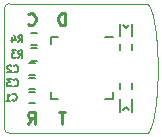
<source format=gbo>
G04 #@! TF.FileFunction,Legend,Bot*
%FSLAX46Y46*%
G04 Gerber Fmt 4.6, Leading zero omitted, Abs format (unit mm)*
G04 Created by KiCad (PCBNEW 4.0.2+e4-6225~38~ubuntu14.04.1-stable) date Wed Aug  3 13:30:16 2016*
%MOMM*%
G01*
G04 APERTURE LIST*
%ADD10C,0.350000*%
%ADD11C,0.250000*%
%ADD12C,0.050000*%
%ADD13C,0.150000*%
G04 APERTURE END LIST*
D10*
D11*
X22161905Y-19827381D02*
X22161905Y-18827381D01*
X21923810Y-18827381D01*
X21780952Y-18875000D01*
X21685714Y-18970238D01*
X21638095Y-19065476D01*
X21590476Y-19255952D01*
X21590476Y-19398810D01*
X21638095Y-19589286D01*
X21685714Y-19684524D01*
X21780952Y-19779762D01*
X21923810Y-19827381D01*
X22161905Y-19827381D01*
X19040476Y-19732143D02*
X19088095Y-19779762D01*
X19230952Y-19827381D01*
X19326190Y-19827381D01*
X19469048Y-19779762D01*
X19564286Y-19684524D01*
X19611905Y-19589286D01*
X19659524Y-19398810D01*
X19659524Y-19255952D01*
X19611905Y-19065476D01*
X19564286Y-18970238D01*
X19469048Y-18875000D01*
X19326190Y-18827381D01*
X19230952Y-18827381D01*
X19088095Y-18875000D01*
X19040476Y-18922619D01*
X22185714Y-27177381D02*
X21614285Y-27177381D01*
X21900000Y-28177381D02*
X21900000Y-27177381D01*
X19040476Y-28177381D02*
X19373810Y-27701190D01*
X19611905Y-28177381D02*
X19611905Y-27177381D01*
X19230952Y-27177381D01*
X19135714Y-27225000D01*
X19088095Y-27272619D01*
X19040476Y-27367857D01*
X19040476Y-27510714D01*
X19088095Y-27605952D01*
X19135714Y-27653571D01*
X19230952Y-27701190D01*
X19611905Y-27701190D01*
D12*
X17450000Y-18000000D02*
G75*
G03X17000000Y-18470000I10000J-460000D01*
G01*
X17000000Y-28550000D02*
G75*
G03X17470000Y-29000000I460000J10000D01*
G01*
X17000000Y-18480000D02*
X17000000Y-28530000D01*
X29000000Y-18000000D02*
X17460000Y-18000000D01*
X17460000Y-29000000D02*
X29000000Y-29000000D01*
X30000000Y-23500000D02*
X30000000Y-23370000D01*
X30000000Y-23370000D02*
X30000000Y-23230000D01*
X30000000Y-23230000D02*
X30000000Y-23100000D01*
X30000000Y-23100000D02*
X30000000Y-22960000D01*
X30000000Y-22960000D02*
X29990000Y-22830000D01*
X29990000Y-22830000D02*
X29990000Y-22690000D01*
X29990000Y-22690000D02*
X29990000Y-22560000D01*
X29990000Y-22560000D02*
X29980000Y-22430000D01*
X29980000Y-22430000D02*
X29980000Y-22290000D01*
X29980000Y-22290000D02*
X29970000Y-22160000D01*
X29970000Y-22160000D02*
X29960000Y-22030000D01*
X29960000Y-22030000D02*
X29960000Y-21900000D01*
X29960000Y-21900000D02*
X29950000Y-21770000D01*
X29950000Y-21770000D02*
X29940000Y-21650000D01*
X29940000Y-21650000D02*
X29930000Y-21520000D01*
X29930000Y-21520000D02*
X29920000Y-21400000D01*
X29920000Y-21400000D02*
X29910000Y-21270000D01*
X29910000Y-21270000D02*
X29900000Y-21150000D01*
X29900000Y-21150000D02*
X29890000Y-21030000D01*
X29890000Y-21030000D02*
X29880000Y-20910000D01*
X29880000Y-20910000D02*
X29870000Y-20790000D01*
X29870000Y-20790000D02*
X29860000Y-20670000D01*
X29860000Y-20670000D02*
X29840000Y-20560000D01*
X29840000Y-20560000D02*
X29830000Y-20440000D01*
X29830000Y-20440000D02*
X29820000Y-20330000D01*
X29820000Y-20330000D02*
X29800000Y-20220000D01*
X29800000Y-20220000D02*
X29790000Y-20120000D01*
X29790000Y-20120000D02*
X29770000Y-20010000D01*
X29770000Y-20010000D02*
X29760000Y-19910000D01*
X29760000Y-19910000D02*
X29740000Y-19810000D01*
X29740000Y-19810000D02*
X29720000Y-19710000D01*
X29720000Y-19710000D02*
X29710000Y-19610000D01*
X29710000Y-19610000D02*
X29690000Y-19520000D01*
X29690000Y-19520000D02*
X29670000Y-19420000D01*
X29670000Y-19420000D02*
X29650000Y-19340000D01*
X29650000Y-19340000D02*
X29630000Y-19250000D01*
X29630000Y-19250000D02*
X29620000Y-19160000D01*
X29620000Y-19160000D02*
X29600000Y-19080000D01*
X29600000Y-19080000D02*
X29580000Y-19000000D01*
X29580000Y-19000000D02*
X29560000Y-18930000D01*
X29560000Y-18930000D02*
X29530000Y-18850000D01*
X29530000Y-18850000D02*
X29510000Y-18780000D01*
X29510000Y-18780000D02*
X29490000Y-18710000D01*
X29490000Y-18710000D02*
X29470000Y-18650000D01*
X29470000Y-18650000D02*
X29450000Y-18590000D01*
X29450000Y-18590000D02*
X29430000Y-18530000D01*
X29430000Y-18530000D02*
X29410000Y-18470000D01*
X29410000Y-18470000D02*
X29380000Y-18420000D01*
X29380000Y-18420000D02*
X29360000Y-18370000D01*
X29360000Y-18370000D02*
X29340000Y-18320000D01*
X29340000Y-18320000D02*
X29310000Y-18280000D01*
X29310000Y-18280000D02*
X29290000Y-18240000D01*
X29290000Y-18240000D02*
X29270000Y-18200000D01*
X29270000Y-18200000D02*
X29240000Y-18160000D01*
X29240000Y-18160000D02*
X29220000Y-18130000D01*
X29220000Y-18130000D02*
X29200000Y-18110000D01*
X29200000Y-18110000D02*
X29170000Y-18080000D01*
X29170000Y-18080000D02*
X29150000Y-18060000D01*
X29150000Y-18060000D02*
X29120000Y-18040000D01*
X29120000Y-18040000D02*
X29100000Y-18030000D01*
X29100000Y-18030000D02*
X29070000Y-18010000D01*
X29070000Y-18010000D02*
X29050000Y-18010000D01*
X29050000Y-18010000D02*
X29020000Y-18000000D01*
X29020000Y-18000000D02*
X29000000Y-18000000D01*
X29000000Y-29000000D02*
X29020000Y-29000000D01*
X29020000Y-29000000D02*
X29050000Y-28990000D01*
X29050000Y-28990000D02*
X29070000Y-28990000D01*
X29070000Y-28990000D02*
X29100000Y-28970000D01*
X29100000Y-28970000D02*
X29120000Y-28960000D01*
X29120000Y-28960000D02*
X29150000Y-28940000D01*
X29150000Y-28940000D02*
X29170000Y-28920000D01*
X29170000Y-28920000D02*
X29200000Y-28890000D01*
X29200000Y-28890000D02*
X29220000Y-28870000D01*
X29220000Y-28870000D02*
X29240000Y-28840000D01*
X29240000Y-28840000D02*
X29270000Y-28800000D01*
X29270000Y-28800000D02*
X29290000Y-28760000D01*
X29290000Y-28760000D02*
X29310000Y-28720000D01*
X29310000Y-28720000D02*
X29340000Y-28680000D01*
X29340000Y-28680000D02*
X29360000Y-28630000D01*
X29360000Y-28630000D02*
X29380000Y-28580000D01*
X29380000Y-28580000D02*
X29410000Y-28530000D01*
X29410000Y-28530000D02*
X29430000Y-28470000D01*
X29430000Y-28470000D02*
X29450000Y-28410000D01*
X29450000Y-28410000D02*
X29470000Y-28350000D01*
X29470000Y-28350000D02*
X29490000Y-28290000D01*
X29490000Y-28290000D02*
X29510000Y-28220000D01*
X29510000Y-28220000D02*
X29530000Y-28150000D01*
X29530000Y-28150000D02*
X29560000Y-28070000D01*
X29560000Y-28070000D02*
X29580000Y-28000000D01*
X29580000Y-28000000D02*
X29600000Y-27920000D01*
X29600000Y-27920000D02*
X29620000Y-27840000D01*
X29620000Y-27840000D02*
X29630000Y-27750000D01*
X29630000Y-27750000D02*
X29650000Y-27660000D01*
X29650000Y-27660000D02*
X29670000Y-27580000D01*
X29670000Y-27580000D02*
X29690000Y-27480000D01*
X29690000Y-27480000D02*
X29710000Y-27390000D01*
X29710000Y-27390000D02*
X29720000Y-27290000D01*
X29720000Y-27290000D02*
X29740000Y-27190000D01*
X29740000Y-27190000D02*
X29760000Y-27090000D01*
X29760000Y-27090000D02*
X29770000Y-26990000D01*
X29770000Y-26990000D02*
X29790000Y-26880000D01*
X29790000Y-26880000D02*
X29800000Y-26780000D01*
X29800000Y-26780000D02*
X29820000Y-26670000D01*
X29820000Y-26670000D02*
X29830000Y-26560000D01*
X29830000Y-26560000D02*
X29840000Y-26440000D01*
X29840000Y-26440000D02*
X29860000Y-26330000D01*
X29860000Y-26330000D02*
X29870000Y-26210000D01*
X29870000Y-26210000D02*
X29880000Y-26090000D01*
X29880000Y-26090000D02*
X29890000Y-25970000D01*
X29890000Y-25970000D02*
X29900000Y-25850000D01*
X29900000Y-25850000D02*
X29910000Y-25730000D01*
X29910000Y-25730000D02*
X29920000Y-25600000D01*
X29920000Y-25600000D02*
X29930000Y-25480000D01*
X29930000Y-25480000D02*
X29940000Y-25350000D01*
X29940000Y-25350000D02*
X29950000Y-25230000D01*
X29950000Y-25230000D02*
X29960000Y-25100000D01*
X29960000Y-25100000D02*
X29960000Y-24970000D01*
X29960000Y-24970000D02*
X29970000Y-24840000D01*
X29970000Y-24840000D02*
X29980000Y-24710000D01*
X29980000Y-24710000D02*
X29980000Y-24570000D01*
X29980000Y-24570000D02*
X29990000Y-24440000D01*
X29990000Y-24440000D02*
X29990000Y-24310000D01*
X29990000Y-24310000D02*
X29990000Y-24170000D01*
X29990000Y-24170000D02*
X30000000Y-24040000D01*
X30000000Y-24040000D02*
X30000000Y-23900000D01*
X30000000Y-23900000D02*
X30000000Y-23770000D01*
X30000000Y-23770000D02*
X30000000Y-23630000D01*
X30000000Y-23630000D02*
X30000000Y-23500000D01*
D13*
X27825000Y-24750000D02*
X27825000Y-25250000D01*
X26775000Y-25250000D02*
X26775000Y-24750000D01*
X27300000Y-20060000D02*
X27050000Y-19860000D01*
X27550000Y-19860000D02*
X27300000Y-20060000D01*
X27825000Y-19710000D02*
X27825000Y-20760000D01*
X26775000Y-19710000D02*
X26775000Y-20760000D01*
X19575000Y-26425000D02*
X19075000Y-26425000D01*
X19075000Y-25475000D02*
X19575000Y-25475000D01*
X19075000Y-23075000D02*
X19575000Y-23075000D01*
X19575000Y-24025000D02*
X19075000Y-24025000D01*
X19075000Y-24275000D02*
X19575000Y-24275000D01*
X19575000Y-25225000D02*
X19075000Y-25225000D01*
X27300000Y-26800000D02*
X27550000Y-27000000D01*
X27050000Y-27000000D02*
X27300000Y-26800000D01*
X26775000Y-27150000D02*
X26775000Y-26100000D01*
X27825000Y-27150000D02*
X27825000Y-26100000D01*
X27825000Y-21400000D02*
X27825000Y-21900000D01*
X26775000Y-21900000D02*
X26775000Y-21400000D01*
X19750000Y-22825000D02*
X19250000Y-22825000D01*
X19250000Y-21775000D02*
X19750000Y-21775000D01*
X19750000Y-21525000D02*
X19250000Y-21525000D01*
X19250000Y-20475000D02*
X19750000Y-20475000D01*
X20950000Y-20825000D02*
X20950000Y-21450000D01*
X26200000Y-26075000D02*
X26200000Y-25450000D01*
X20950000Y-26075000D02*
X20950000Y-25450000D01*
X26200000Y-20825000D02*
X25575000Y-20825000D01*
X26200000Y-26075000D02*
X25575000Y-26075000D01*
X20950000Y-26075000D02*
X21575000Y-26075000D01*
X20950000Y-20825000D02*
X21575000Y-20825000D01*
X17700000Y-26164286D02*
X17728571Y-26192857D01*
X17814285Y-26221429D01*
X17871428Y-26221429D01*
X17957143Y-26192857D01*
X18014285Y-26135714D01*
X18042857Y-26078571D01*
X18071428Y-25964286D01*
X18071428Y-25878571D01*
X18042857Y-25764286D01*
X18014285Y-25707143D01*
X17957143Y-25650000D01*
X17871428Y-25621429D01*
X17814285Y-25621429D01*
X17728571Y-25650000D01*
X17700000Y-25678571D01*
X17128571Y-26221429D02*
X17471428Y-26221429D01*
X17300000Y-26221429D02*
X17300000Y-25621429D01*
X17357143Y-25707143D01*
X17414285Y-25764286D01*
X17471428Y-25792857D01*
X17825000Y-23764286D02*
X17853571Y-23792857D01*
X17939285Y-23821429D01*
X17996428Y-23821429D01*
X18082143Y-23792857D01*
X18139285Y-23735714D01*
X18167857Y-23678571D01*
X18196428Y-23564286D01*
X18196428Y-23478571D01*
X18167857Y-23364286D01*
X18139285Y-23307143D01*
X18082143Y-23250000D01*
X17996428Y-23221429D01*
X17939285Y-23221429D01*
X17853571Y-23250000D01*
X17825000Y-23278571D01*
X17596428Y-23278571D02*
X17567857Y-23250000D01*
X17510714Y-23221429D01*
X17367857Y-23221429D01*
X17310714Y-23250000D01*
X17282143Y-23278571D01*
X17253571Y-23335714D01*
X17253571Y-23392857D01*
X17282143Y-23478571D01*
X17625000Y-23821429D01*
X17253571Y-23821429D01*
X17825000Y-24964286D02*
X17853571Y-24992857D01*
X17939285Y-25021429D01*
X17996428Y-25021429D01*
X18082143Y-24992857D01*
X18139285Y-24935714D01*
X18167857Y-24878571D01*
X18196428Y-24764286D01*
X18196428Y-24678571D01*
X18167857Y-24564286D01*
X18139285Y-24507143D01*
X18082143Y-24450000D01*
X17996428Y-24421429D01*
X17939285Y-24421429D01*
X17853571Y-24450000D01*
X17825000Y-24478571D01*
X17625000Y-24421429D02*
X17253571Y-24421429D01*
X17453571Y-24650000D01*
X17367857Y-24650000D01*
X17310714Y-24678571D01*
X17282143Y-24707143D01*
X17253571Y-24764286D01*
X17253571Y-24907143D01*
X17282143Y-24964286D01*
X17310714Y-24992857D01*
X17367857Y-25021429D01*
X17539285Y-25021429D01*
X17596428Y-24992857D01*
X17625000Y-24964286D01*
X18200000Y-22571429D02*
X18400000Y-22285714D01*
X18542857Y-22571429D02*
X18542857Y-21971429D01*
X18314285Y-21971429D01*
X18257143Y-22000000D01*
X18228571Y-22028571D01*
X18200000Y-22085714D01*
X18200000Y-22171429D01*
X18228571Y-22228571D01*
X18257143Y-22257143D01*
X18314285Y-22285714D01*
X18542857Y-22285714D01*
X18000000Y-21971429D02*
X17628571Y-21971429D01*
X17828571Y-22200000D01*
X17742857Y-22200000D01*
X17685714Y-22228571D01*
X17657143Y-22257143D01*
X17628571Y-22314286D01*
X17628571Y-22457143D01*
X17657143Y-22514286D01*
X17685714Y-22542857D01*
X17742857Y-22571429D01*
X17914285Y-22571429D01*
X17971428Y-22542857D01*
X18000000Y-22514286D01*
X18200000Y-21271429D02*
X18400000Y-20985714D01*
X18542857Y-21271429D02*
X18542857Y-20671429D01*
X18314285Y-20671429D01*
X18257143Y-20700000D01*
X18228571Y-20728571D01*
X18200000Y-20785714D01*
X18200000Y-20871429D01*
X18228571Y-20928571D01*
X18257143Y-20957143D01*
X18314285Y-20985714D01*
X18542857Y-20985714D01*
X17685714Y-20871429D02*
X17685714Y-21271429D01*
X17828571Y-20642857D02*
X17971428Y-21071429D01*
X17600000Y-21071429D01*
M02*

</source>
